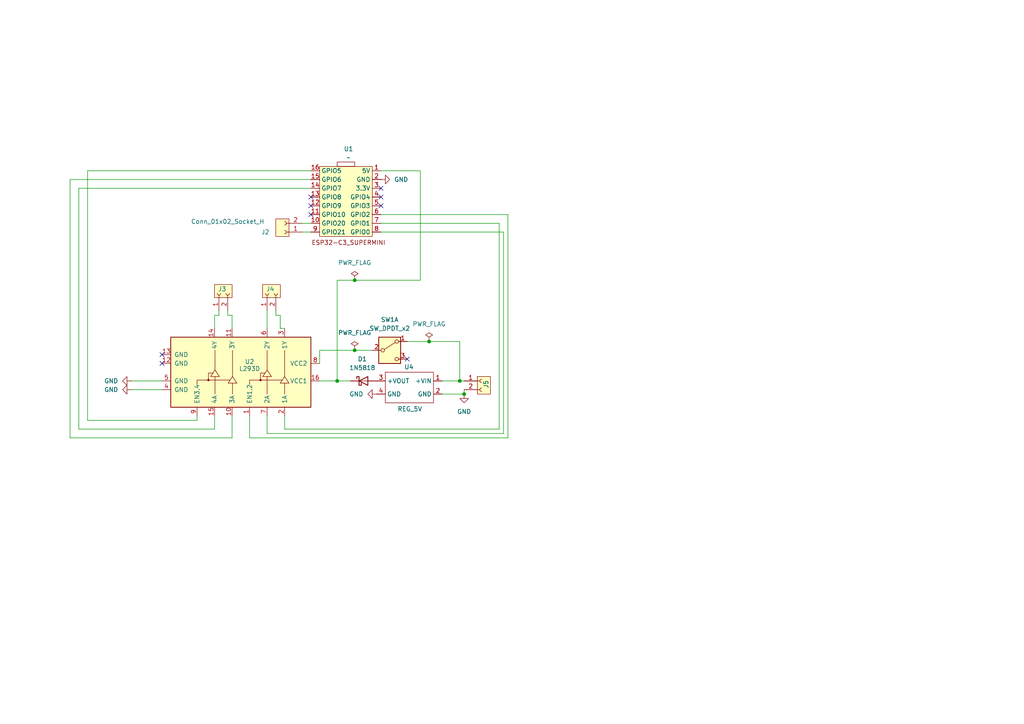
<source format=kicad_sch>
(kicad_sch (version 20231120) (generator "eeschema") (generator_version "8.0")
  (paper "A4")
  (lib_symbols
    (symbol "Anumby:Conn_01x02_Socket_V" (pin_names (offset 1.016) hide)
      (property "Reference" "J" (at 0.508 -1.27 0))
      (property "Value" "Conn_01x02_Socket_H" (at -8.382 -6.604 0))
      (symbol "Conn_01x02_Socket_V_0_1"
        (rectangle (start -1.27 1.27) (end 2.54 -3.81) (fill (type background)))
      )
      (symbol "Conn_01x02_Socket_V_1_1"
        (arc (start 0 -2.032) (mid -0.5058 -2.54) (end 0 -3.048) (stroke (width 0.1524)))
        (polyline (pts (xy -1.27 -2.54) (xy -0.508 -2.54)) (stroke (width 0.1524)))
        (polyline (pts (xy -1.27 0) (xy -0.508 0)) (stroke (width 0.1524)))
        (arc (start 0 0.508) (mid -0.5058 0) (end 0 -0.508) (stroke (width 0.1524)))
        (pin passive line (at -5.08 0 0) (length 3.81) (name "Pin_1") (number "1"))
        (pin passive line (at -5.08 -2.54 0) (length 3.81) (name "Pin_2") (number "2"))
      )
    )
    (symbol "Diode:1N5818" (pin_numbers hide) (pin_names (offset 1.016) hide)
      (property "Reference" "D" (at 0 2.54 0))
      (property "Value" "1N5818" (at 0 -2.54 0))
      (symbol "1N5818_0_1"
        (polyline (pts (xy 1.27 0) (xy -1.27 0)))
        (polyline (pts (xy 1.27 1.27) (xy 1.27 -1.27) (xy -1.27 0) (xy 1.27 1.27)) (stroke (width 0.254)))
        (polyline (pts (xy -1.905 0.635) (xy -1.905 1.27) (xy -1.27 1.27) (xy -1.27 -1.27) (xy -0.635 -1.27) (xy -0.635 -0.635)) (stroke (width 0.254)))
      )
      (symbol "1N5818_1_1"
        (pin passive line (at -3.81 0 0) (length 2.54) (name "K") (number "1"))
        (pin passive line (at 3.81 0 180) (length 2.54) (name "A") (number "2"))
      )
    )
    (symbol "Driver_Motor:L293D" (pin_names (offset 1.016))
      (property "Reference" "U" (at -5.08 26.035 0))
      (property "Value" "L293D" (at -5.08 24.13 0))
      (symbol "L293D_0_1"
        (rectangle (start -10.16 22.86) (end 10.16 -17.78) (stroke (width 0.254)) (fill (type background)))
        (circle (center -2.286 -6.858) (radius 0.254) (fill (type outline)))
        (circle (center -2.286 8.255) (radius 0.254) (fill (type outline)))
        (polyline (pts (xy -6.35 -4.953) (xy -1.27 -4.953)))
        (polyline (pts (xy -6.35 0.127) (xy -3.175 0.127)))
        (polyline (pts (xy -6.35 10.16) (xy -1.27 10.16)))
        (polyline (pts (xy -6.35 15.24) (xy -3.175 15.24)))
        (polyline (pts (xy -1.27 0.127) (xy 6.35 0.127)))
        (polyline (pts (xy -1.27 15.24) (xy 6.35 15.24)))
        (polyline (pts (xy 0.635 -4.953) (xy 6.35 -4.953)))
        (polyline (pts (xy 0.635 10.16) (xy 6.35 10.16)))
        (polyline (pts (xy -2.286 -6.858) (xy -0.254 -6.858) (xy -0.254 -5.588)))
        (polyline (pts (xy -2.286 -0.635) (xy -2.286 -10.16) (xy -3.556 -10.16)))
        (polyline (pts (xy -2.286 8.255) (xy -0.254 8.255) (xy -0.254 9.525)))
        (polyline (pts (xy -2.286 14.478) (xy -2.286 5.08) (xy -3.556 5.08)))
        (polyline (pts (xy -3.175 1.397) (xy -3.175 -1.143) (xy -1.27 0.127) (xy -3.175 1.397)))
        (polyline (pts (xy -3.175 16.51) (xy -3.175 13.97) (xy -1.27 15.24) (xy -3.175 16.51)))
        (polyline (pts (xy -1.27 -3.683) (xy -1.27 -6.223) (xy 0.635 -4.953) (xy -1.27 -3.683)))
        (polyline (pts (xy -1.27 11.43) (xy -1.27 8.89) (xy 0.635 10.16) (xy -1.27 11.43)))
      )
      (symbol "L293D_1_1"
        (pin input line (at -12.7 5.08 0) (length 2.54) (name "EN1,2") (number "1"))
        (pin input line (at -12.7 0 0) (length 2.54) (name "3A") (number "10"))
        (pin output line (at 12.7 0 180) (length 2.54) (name "3Y") (number "11"))
        (pin power_in line (at 2.54 -20.32 90) (length 2.54) (name "GND") (number "12"))
        (pin power_in line (at 5.08 -20.32 90) (length 2.54) (name "GND") (number "13"))
        (pin output line (at 12.7 -5.08 180) (length 2.54) (name "4Y") (number "14"))
        (pin input line (at -12.7 -5.08 0) (length 2.54) (name "4A") (number "15"))
        (pin power_in line (at -2.54 25.4 270) (length 2.54) (name "VCC1") (number "16"))
        (pin input line (at -12.7 15.24 0) (length 2.54) (name "1A") (number "2"))
        (pin output line (at 12.7 15.24 180) (length 2.54) (name "1Y") (number "3"))
        (pin power_in line (at -5.08 -20.32 90) (length 2.54) (name "GND") (number "4"))
        (pin power_in line (at -2.54 -20.32 90) (length 2.54) (name "GND") (number "5"))
        (pin output line (at 12.7 10.16 180) (length 2.54) (name "2Y") (number "6"))
        (pin input line (at -12.7 10.16 0) (length 2.54) (name "2A") (number "7"))
        (pin power_in line (at 2.54 25.4 270) (length 2.54) (name "VCC2") (number "8"))
        (pin input line (at -12.7 -10.16 0) (length 2.54) (name "EN3,4") (number "9"))
      )
    )
    (symbol "Gilles_Library:ESP32-C3_MINI"
      (property "Reference" "U" (at -5.842 12.954 0))
      (symbol "ESP32-C3_MINI_0_1"
        (rectangle (start -7.62 10.16) (end 7.62 -10.16) (fill (type background)))
        (rectangle (start -2.54 10.16) (end 2.54 11.43))
      )
      (symbol "ESP32-C3_MINI_1_1"
        (text "ESP32-C3_SUPERMINI" (at 0.762 -11.938 0) (effects (font (size 1.27 1.27))))
        (pin power_in line (at 10.16 8.89 180) (length 2.54) (name "5V") (number "1"))
        (pin bidirectional line (at -10.16 -6.35 0) (length 2.54) (name "GPIO20") (number "10"))
        (pin bidirectional line (at -10.16 -3.81 0) (length 2.54) (name "GPIO10") (number "11"))
        (pin bidirectional line (at -10.16 -1.27 0) (length 2.54) (name "GPIO9") (number "12"))
        (pin bidirectional line (at -10.16 1.27 0) (length 2.54) (name "GPIO8") (number "13"))
        (pin bidirectional line (at -10.16 3.81 0) (length 2.54) (name "GPIO7") (number "14"))
        (pin bidirectional line (at -10.16 6.35 0) (length 2.54) (name "GPIO6") (number "15"))
        (pin bidirectional line (at -10.16 8.89 0) (length 2.54) (name "GPIO5") (number "16"))
        (pin power_in line (at 10.16 6.35 180) (length 2.54) (name "GND") (number "2"))
        (pin power_out line (at 10.16 3.81 180) (length 2.54) (name "3.3V") (number "3"))
        (pin bidirectional line (at 10.16 1.27 180) (length 2.54) (name "GPIO4") (number "4"))
        (pin bidirectional line (at 10.16 -1.27 180) (length 2.54) (name "GPIO3") (number "5"))
        (pin bidirectional line (at 10.16 -3.81 180) (length 2.54) (name "GPIO2") (number "6"))
        (pin bidirectional line (at 10.16 -6.35 180) (length 2.54) (name "GPIO1") (number "7"))
        (pin bidirectional line (at 10.16 -8.89 180) (length 2.54) (name "GPIO0") (number "8"))
        (pin bidirectional line (at -10.16 -8.89 0) (length 2.54) (name "GPIO21") (number "9"))
      )
    )
    (symbol "Gilles_Library:REG_5V_DFR"
      (property "Reference" "U" (at -7.874 8.89 0))
      (property "Value" "REG_5V" (at -1.778 -0.508 0))
      (symbol "REG_5V_DFR_0_1"
        (rectangle (start -8.89 7.62) (end 5.08 -1.27))
      )
      (symbol "REG_5V_DFR_1_1"
        (pin power_in line (at -11.43 5.08 0) (length 2.54) (name "+VIN") (number "1"))
        (pin power_in line (at -11.43 1.27 0) (length 2.54) (name "GND") (number "2"))
        (pin power_out line (at 7.62 5.08 180) (length 2.54) (name "+VOUT") (number "3"))
        (pin power_out line (at 7.62 1.27 180) (length 2.54) (name "GND") (number "4"))
      )
    )
    (symbol "Gilles_Library:SW_DPDT_x2" (pin_names (offset 0) hide)
      (property "Reference" "SW" (at 0 5.08 0))
      (property "Value" "SW_DPDT_x2" (at 0 -5.08 0))
      (symbol "SW_DPDT_x2_0_0"
        (circle (center -2.032 0) (radius 0.508))
        (circle (center 2.032 -2.54) (radius 0.508))
      )
      (symbol "SW_DPDT_x2_0_1"
        (rectangle (start -3.175 3.81) (end 3.175 -3.81) (stroke (width 0.254)) (fill (type background)))
        (polyline (pts (xy -1.524 0.254) (xy 1.5748 2.286)))
        (circle (center 2.032 2.54) (radius 0.508))
      )
      (symbol "SW_DPDT_x2_1_1"
        (pin passive line (at 5.08 2.54 180) (length 2.54) (name "A") (number "1"))
        (pin passive line (at -5.08 0 0) (length 2.54) (name "B") (number "2"))
        (pin passive line (at 5.08 -2.54 180) (length 2.54) (name "C") (number "3"))
      )
      (symbol "SW_DPDT_x2_2_1"
        (pin passive line (at 5.08 2.54 180) (length 2.54) (name "A") (number "4"))
        (pin passive line (at -5.08 0 0) (length 2.54) (name "B") (number "5"))
        (pin passive line (at 5.08 -2.54 180) (length 2.54) (name "C") (number "6"))
      )
    )
    (symbol "power:GND" (power) (pin_numbers hide) (pin_names (offset 0) hide)
      (property "Value" "GND" (at 0 -3.81 0))
      (symbol "GND_0_1"
        (polyline (pts (xy 0 0) (xy 0 -1.27) (xy 1.27 -1.27) (xy 0 -2.54) (xy -1.27 -1.27) (xy 0 -1.27)))
      )
      (symbol "GND_1_1"
        (pin power_in line (at 0 0 270) (length 0) (name "~") (number "1"))
      )
    )
    (symbol "power:PWR_FLAG" (power) (pin_numbers hide) (pin_names (offset 0) hide)
      (property "Value" "PWR_FLAG" (at 0 3.81 0))
      (symbol "PWR_FLAG_0_0"
        (pin power_out line (at 0 0 90) (length 0) (name "~") (number "1"))
      )
      (symbol "PWR_FLAG_0_1"
        (polyline (pts (xy 0 0) (xy 0 1.27) (xy -1.016 1.905) (xy 0 2.54) (xy 1.016 1.905) (xy 0 1.27)))
      )
    )
  )
  (junction (at 133.35 110.49))
  (junction (at 134.62 114.3))
  (junction (at 102.87 101.6))
  (junction (at 124.46 99.06))
  (junction (at 97.79 110.49))
  (junction (at 102.87 81.28))
  (no_connect (at 110.49 59.69))
  (no_connect (at 90.17 62.23))
  (no_connect (at 46.99 105.41))
  (no_connect (at 110.49 54.61))
  (no_connect (at 110.49 57.15))
  (no_connect (at 90.17 59.69))
  (no_connect (at 90.17 57.15))
  (no_connect (at 46.99 102.87))
  (no_connect (at 118.11 104.14))
  (wire (pts (xy 87.63 67.31) (xy 90.17 67.31)))
  (wire (pts (xy 20.32 52.07) (xy 20.32 127)))
  (wire (pts (xy 22.86 54.61) (xy 22.86 124.46)))
  (wire (pts (xy 146.05 67.31) (xy 146.05 125.73)))
  (wire (pts (xy 87.63 64.77) (xy 90.17 64.77)))
  (wire (pts (xy 62.23 120.65) (xy 62.23 124.46)))
  (wire (pts (xy 81.28 95.25) (xy 82.55 95.25)))
  (wire (pts (xy 102.87 101.6) (xy 92.71 101.6)))
  (wire (pts (xy 147.32 62.23) (xy 147.32 127)))
  (wire (pts (xy 90.17 49.53) (xy 25.4 49.53)))
  (wire (pts (xy 77.47 120.65) (xy 77.47 125.73)))
  (wire (pts (xy 66.04 90.17) (xy 66.04 91.44)))
  (wire (pts (xy 110.49 62.23) (xy 147.32 62.23)))
  (wire (pts (xy 82.55 120.65) (xy 82.55 124.46)))
  (wire (pts (xy 66.04 91.44) (xy 67.31 91.44)))
  (wire (pts (xy 77.47 90.17) (xy 77.47 95.25)))
  (wire (pts (xy 97.79 110.49) (xy 101.6 110.49)))
  (wire (pts (xy 92.71 101.6) (xy 92.71 105.41)))
  (wire (pts (xy 124.46 99.06) (xy 133.35 99.06)))
  (wire (pts (xy 20.32 127) (xy 67.31 127)))
  (wire (pts (xy 147.32 127) (xy 72.39 127)))
  (wire (pts (xy 62.23 124.46) (xy 22.86 124.46)))
  (wire (pts (xy 63.5 91.44) (xy 62.23 91.44)))
  (wire (pts (xy 97.79 110.49) (xy 92.71 110.49)))
  (wire (pts (xy 38.1 110.49) (xy 46.99 110.49)))
  (wire (pts (xy 38.1 113.03) (xy 46.99 113.03)))
  (wire (pts (xy 110.49 49.53) (xy 121.92 49.53)))
  (wire (pts (xy 97.79 81.28) (xy 102.87 81.28)))
  (wire (pts (xy 63.5 90.17) (xy 63.5 91.44)))
  (wire (pts (xy 62.23 95.25) (xy 62.23 91.44)))
  (wire (pts (xy 72.39 120.65) (xy 72.39 127)))
  (wire (pts (xy 97.79 81.28) (xy 97.79 110.49)))
  (wire (pts (xy 118.11 99.06) (xy 124.46 99.06)))
  (wire (pts (xy 80.01 90.17) (xy 80.01 91.44)))
  (wire (pts (xy 57.15 120.65) (xy 57.15 121.92)))
  (wire (pts (xy 57.15 121.92) (xy 25.4 121.92)))
  (wire (pts (xy 144.78 64.77) (xy 144.78 124.46)))
  (wire (pts (xy 110.49 67.31) (xy 146.05 67.31)))
  (wire (pts (xy 81.28 91.44) (xy 81.28 95.25)))
  (wire (pts (xy 128.27 110.49) (xy 133.35 110.49)))
  (wire (pts (xy 133.35 110.49) (xy 134.62 110.49)))
  (wire (pts (xy 144.78 124.46) (xy 82.55 124.46)))
  (wire (pts (xy 146.05 125.73) (xy 77.47 125.73)))
  (wire (pts (xy 67.31 120.65) (xy 67.31 127)))
  (wire (pts (xy 133.35 99.06) (xy 133.35 110.49)))
  (wire (pts (xy 90.17 54.61) (xy 22.86 54.61)))
  (wire (pts (xy 134.62 114.3) (xy 134.62 113.03)))
  (wire (pts (xy 107.95 101.6) (xy 102.87 101.6)))
  (wire (pts (xy 128.27 114.3) (xy 134.62 114.3)))
  (wire (pts (xy 102.87 81.28) (xy 121.92 81.28)))
  (wire (pts (xy 67.31 95.25) (xy 67.31 91.44)))
  (wire (pts (xy 110.49 64.77) (xy 144.78 64.77)))
  (wire (pts (xy 80.01 91.44) (xy 81.28 91.44)))
  (wire (pts (xy 121.92 49.53) (xy 121.92 81.28)))
  (wire (pts (xy 25.4 49.53) (xy 25.4 121.92)))
  (wire (pts (xy 90.17 52.07) (xy 20.32 52.07)))
  (symbol (lib_id "Anumby:Conn_01x02_Socket_V") (at 63.5 85.09 90) (unit 1)
    (property "Reference" "J3" (at 63.246 83.82 90) (effects (justify right)))
    (property "Value" "Conn_01x02_Socket_H" (effects (hide yes)))
    (property "Footprint" "Connector_JST:JST_EH_B2B-EH-A_1x02_P2.50mm_Vertical" (effects (hide yes)))
  )
  (symbol (lib_id "power:PWR_FLAG") (at 102.87 101.6 0) (unit 1)
    (property "Reference" "#FLG04" (effects (hide yes)))
    (property "Value" "PWR_FLAG" (at 102.87 96.52 0))
    (property "Description" "Special symbol for telling ERC where power comes from" (effects (hide yes)))
  )
  (symbol (lib_id "Driver_Motor:L293D") (at 67.31 107.95 270) (mirror x) (unit 1)
    (property "Reference" "U2" (at 72.39 104.902 90))
    (property "Value" "L293D" (at 72.39 106.934 90))
    (property "Footprint" "Package_DIP:DIP-16_W7.62mm" (effects (hide yes)))
    (property "Datasheet" "http://www.ti.com/lit/ds/symlink/l293.pdf" (effects (hide yes)))
    (property "Description" "Quadruple Half-H Drivers" (effects (hide yes)))
  )
  (symbol (lib_id "Gilles_Library:REG_5V_DFR") (at 116.84 115.57 0) (mirror y) (unit 1)
    (property "Reference" "U4" (at 118.618 106.426 0))
    (property "Value" "REG_5V" (at 118.872 118.618 0))
    (property "Footprint" "Anumby:REG_5V_DFR" (effects (hide yes)))
  )
  (symbol (lib_id "power:PWR_FLAG") (at 124.46 99.06 0) (unit 1)
    (property "Reference" "#FLG01" (effects (hide yes)))
    (property "Value" "PWR_FLAG" (at 124.46 93.98 0))
    (property "Description" "Special symbol for telling ERC where power comes from" (effects (hide yes)))
  )
  (symbol (lib_id "power:GND") (at 109.22 114.3 270) (unit 1)
    (property "Reference" "#PWR03" (effects (hide yes)))
    (property "Value" "GND" (at 105.41 114.2999 90) (effects (justify right)))
    (property "Description" "Power symbol creates a global label with name \"GND\" , ground" (effects (hide yes)))
  )
  (symbol (lib_id "Gilles_Library:SW_DPDT_x2") (at 113.03 101.6 0) (unit 1)
    (property "Reference" "SW1" (at 113.03 92.71 0))
    (property "Value" "SW_DPDT_x2" (at 113.03 95.25 0))
    (property "Footprint" "Button_Switch_THT:SW_Slide_SPDT_Straight_CK_OS102011MS2Q" (effects (hide yes)))
    (property "Description" "Switch, dual pole double throw, separate symbols" (effects (hide yes)))
  )
  (symbol (lib_id "power:GND") (at 110.49 52.07 90) (unit 1)
    (property "Reference" "#PWR06" (effects (hide yes)))
    (property "Value" "GND" (at 114.3 52.0699 90) (effects (justify right)))
    (property "Description" "Power symbol creates a global label with name \"GND\" , ground" (effects (hide yes)))
  )
  (symbol (lib_id "Gilles_Library:ESP32-C3_MINI") (at 100.33 58.42 0) (unit 1)
    (property "Reference" "U1" (at 101.092 43.18 0))
    (property "Value" "~" (at 101.092 45.72 0))
    (property "Footprint" "Anumby:ESP32-C3_SUPERMINI" (effects (hide yes)))
  )
  (symbol (lib_id "Anumby:Conn_01x02_Socket_V") (at 82.55 67.31 180) (unit 1)
    (property "Reference" "J2" (at 76.962 67.31 0))
    (property "Value" "Conn_01x02_Socket_H" (at 66.04 64.262 0))
    (property "Footprint" "Connector_JST:JST_EH_B2B-EH-A_1x02_P2.50mm_Vertical" (effects (hide yes)))
  )
  (symbol (lib_id "power:PWR_FLAG") (at 102.87 81.28 0) (unit 1)
    (property "Reference" "#FLG03" (effects (hide yes)))
    (property "Value" "PWR_FLAG" (at 102.87 76.2 0))
    (property "Description" "Special symbol for telling ERC where power comes from" (effects (hide yes)))
  )
  (symbol (lib_id "power:GND") (at 38.1 113.03 270) (unit 1)
    (property "Reference" "#PWR01" (effects (hide yes)))
    (property "Value" "GND" (at 34.29 113.0299 90) (effects (justify right)))
    (property "Description" "Power symbol creates a global label with name \"GND\" , ground" (effects (hide yes)))
  )
  (symbol (lib_id "Anumby:Conn_01x02_Socket_V") (at 139.7 110.49 0) (unit 1)
    (property "Reference" "J5" (at 140.97 110.236 90) (effects (justify right)))
    (property "Value" "Conn_01x02_Socket_H" (effects (hide yes)))
    (property "Footprint" "Connector_JST:JST_EH_B2B-EH-A_1x02_P2.50mm_Vertical" (effects (hide yes)))
  )
  (symbol (lib_id "power:GND") (at 134.62 114.3 0) (unit 1)
    (property "Reference" "#PWR02" (effects (hide yes)))
    (property "Value" "GND" (at 134.62 119.38 0))
    (property "Description" "Power symbol creates a global label with name \"GND\" , ground" (effects (hide yes)))
  )
  (symbol (lib_id "power:GND") (at 38.1 110.49 270) (unit 1)
    (property "Reference" "#PWR05" (effects (hide yes)))
    (property "Value" "GND" (at 34.29 110.4899 90) (effects (justify right)))
    (property "Description" "Power symbol creates a global label with name \"GND\" , ground" (effects (hide yes)))
  )
  (symbol (lib_id "Diode:1N5818") (at 105.41 110.49 0) (unit 1)
    (property "Reference" "D1" (at 105.0925 104.14 0))
    (property "Value" "1N5818" (at 105.0925 106.68 0))
    (property "Footprint" "Diode_THT:D_DO-41_SOD81_P10.16mm_Horizontal" (effects (hide yes)))
    (property "Datasheet" "http://www.vishay.com/docs/88525/1n5817.pdf" (effects (hide yes)))
    (property "Description" "30V 1A Schottky Barrier Rectifier Diode, DO-41" (effects (hide yes)))
  )
  (symbol (lib_id "Anumby:Conn_01x02_Socket_V") (at 77.47 85.09 90) (unit 1)
    (property "Reference" "J4" (at 77.216 83.82 90) (effects (justify right)))
    (property "Value" "Conn_01x02_Socket_H" (effects (hide yes)))
    (property "Footprint" "Connector_JST:JST_EH_B2B-EH-A_1x02_P2.50mm_Vertical" (effects (hide yes)))
  )
)
</source>
